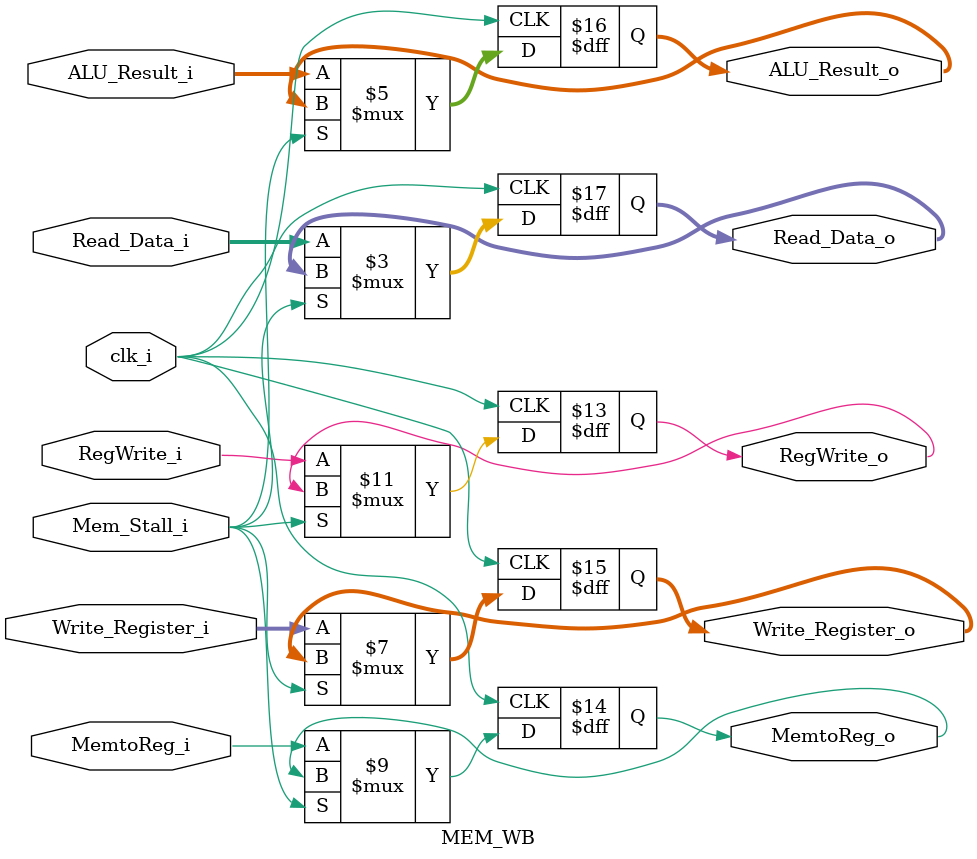
<source format=v>
module IF_ID (
    clk_i,
    Pc_i,
    Flush_i,
    Stall_i,
    Instruction_i,
    Mem_Stall_i,
    Pc_o,
    Instruction_o
);

    input clk_i, Flush_i, Stall_i, Mem_Stall_i;
    input [31:0] Pc_i, Instruction_i;

    output reg [31:0] Pc_o, Instruction_o;
    
    always @(posedge clk_i) begin
        if(Stall_i || Mem_Stall_i) begin
            Pc_o <= Pc_o;
            Instruction_o <= Instruction_o;
        end
        else if(Flush_i) begin
            Pc_o <= 32'b0;
            Instruction_o <= 32'b0;
        end
        else begin
            Pc_o <= Pc_i;
            Instruction_o <= Instruction_i;
        end
    end
endmodule

module ID_EX (
    clk_i,
    RegWrite_i,
    MemtoReg_i,
    MemRead_i,
    MemWrite_i,
    ALUOp_i,
    ALUSrc_i,
    Read_Data_1_i,
    Read_Data_2_i,
    Imm_Gen_i,
    Funct_i,
    Read_Register_1_i,
    Read_Register_2_i,
    Write_Register_i,
    Mem_Stall_i,
    RegWrite_o,
    MemtoReg_o,
    MemRead_o,
    MemWrite_o,
    ALUOp_o,
    ALUSrc_o,
    Read_Data_1_o,
    Read_Data_2_o,
    Imm_Gen_o,
    Funct_o,
    Read_Register_1_o,
    Read_Register_2_o,
    Write_Register_o
);

    input clk_i, RegWrite_i, MemtoReg_i, MemRead_i, MemWrite_i, ALUSrc_i, Mem_Stall_i;
    input [1:0] ALUOp_i;
    input [4:0] Read_Register_1_i, Read_Register_2_i, Write_Register_i;
    input [9:0] Funct_i;
    input [31:0] Read_Data_1_i, Read_Data_2_i, Imm_Gen_i;

    output reg RegWrite_o, MemtoReg_o, MemRead_o, MemWrite_o, ALUSrc_o;
    output reg [1:0] ALUOp_o;
    output reg [4:0] Read_Register_1_o, Read_Register_2_o, Write_Register_o;
    output reg [9:0] Funct_o;
    output reg [31:0] Read_Data_1_o, Read_Data_2_o, Imm_Gen_o;
    
    always @(posedge clk_i) begin
        if(!Mem_Stall_i) begin
            RegWrite_o <= RegWrite_i;
            MemtoReg_o <= MemtoReg_i;
            MemRead_o <= MemRead_i;
            MemWrite_o <= MemWrite_i;
            ALUSrc_o <= ALUSrc_i;
            ALUOp_o <= ALUOp_i;
            Read_Register_1_o <= Read_Register_1_i;
            Read_Register_2_o <= Read_Register_2_i;
            Write_Register_o <= Write_Register_i;
            Funct_o <= Funct_i;
            Read_Data_1_o <= Read_Data_1_i;
            Read_Data_2_o <= Read_Data_2_i;
            Imm_Gen_o <= Imm_Gen_i;
        end
    end
endmodule

module EX_MEM (
    clk_i,
    RegWrite_i,
    MemtoReg_i,
    MemRead_i,
    MemWrite_i,
    ALU_Result_i,
    Read_Data_2_i,
    Write_Register_i,
    Mem_Stall_i,
    RegWrite_o,
    MemtoReg_o,
    MemRead_o,
    MemWrite_o,
    ALU_Result_o,
    Read_Data_2_o,
    Write_Register_o
);

    input clk_i, RegWrite_i, MemtoReg_i, MemRead_i, MemWrite_i, Mem_Stall_i;
    input [4:0] Write_Register_i;
    input [31:0] ALU_Result_i, Read_Data_2_i;

    output reg RegWrite_o, MemtoReg_o, MemRead_o, MemWrite_o;
    output reg [4:0] Write_Register_o;
    output reg [31:0] ALU_Result_o, Read_Data_2_o;
    
    always @(posedge clk_i) begin
        if(!Mem_Stall_i) begin
            RegWrite_o <= RegWrite_i;
            MemtoReg_o <= MemtoReg_i;
            MemRead_o <= MemRead_i;
            MemWrite_o <= MemWrite_i;
            Write_Register_o <= Write_Register_i;
            ALU_Result_o <= ALU_Result_i;
            Read_Data_2_o <= Read_Data_2_i;
        end
    end
endmodule

module MEM_WB (
    clk_i,
    RegWrite_i,
    MemtoReg_i,
    ALU_Result_i,
    Read_Data_i,
    Write_Register_i,
    Mem_Stall_i,
    RegWrite_o,
    MemtoReg_o,
    ALU_Result_o,
    Read_Data_o,
    Write_Register_o
);
    
    input clk_i, RegWrite_i, MemtoReg_i, Mem_Stall_i;
    input [4:0] Write_Register_i;
    input [31:0] ALU_Result_i, Read_Data_i;

    output reg RegWrite_o, MemtoReg_o;
    output reg [4:0] Write_Register_o;
    output reg [31:0] ALU_Result_o, Read_Data_o;
    
    always @(posedge clk_i) begin
        if(!Mem_Stall_i) begin
            RegWrite_o <= RegWrite_i;
            MemtoReg_o <= MemtoReg_i;
            ALU_Result_o <= ALU_Result_i;
            Read_Data_o <= Read_Data_i;
            Write_Register_o <= Write_Register_i;
        end
    end
endmodule
</source>
